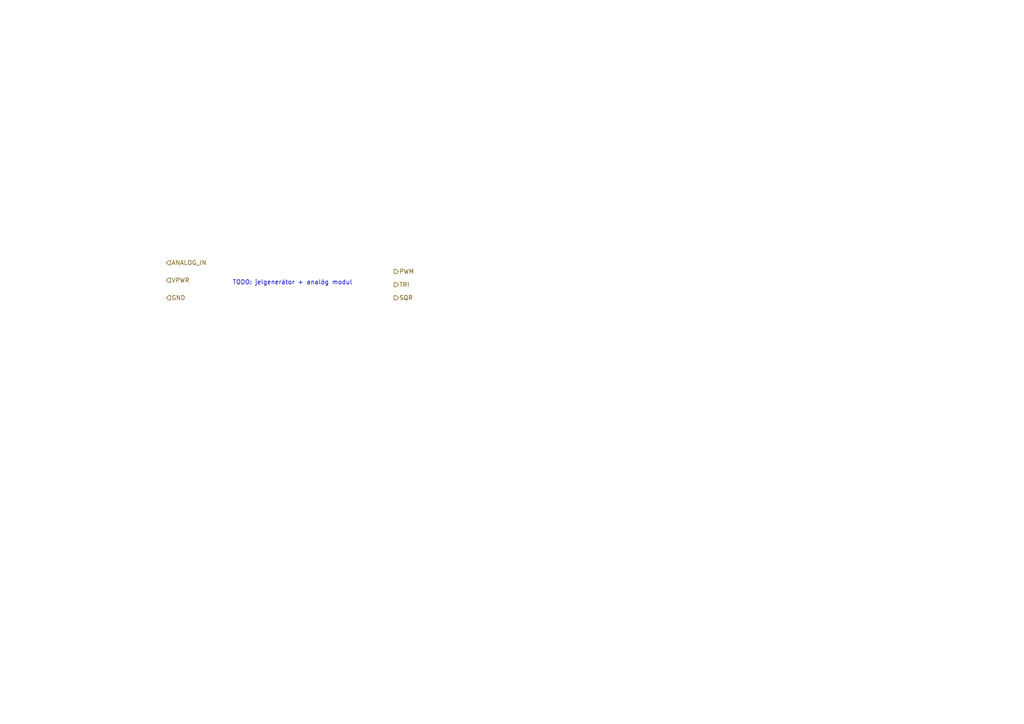
<source format=kicad_sch>
(kicad_sch
	(version 20250114)
	(generator "eeschema")
	(generator_version "9.0")
	(uuid "35bb094a-39a5-4efc-9995-2c4ff39fbbed")
	(paper "A4")
	(lib_symbols)
	(text "TODO: jelgenerátor + analóg modul"
		(exclude_from_sim no)
		(at 84.836 82.042 0)
		(effects
			(font
				(size 1.27 1.27)
			)
		)
		(uuid "6f9b82e6-3f25-43e6-a51a-04fef8aa01e8")
	)
	(hierarchical_label "PWM"
		(shape output)
		(at 114.3 78.74 0)
		(effects
			(font
				(size 1.27 1.27)
			)
			(justify left)
		)
		(uuid "30c86b31-04a0-455e-8ab7-a7187ed6db73")
	)
	(hierarchical_label "TRI"
		(shape output)
		(at 114.3 82.55 0)
		(effects
			(font
				(size 1.27 1.27)
			)
			(justify left)
		)
		(uuid "393963dc-73c1-4431-a076-a6cbeb480bc5")
	)
	(hierarchical_label "ANALOG_IN"
		(shape input)
		(at 48.26 76.2 0)
		(effects
			(font
				(size 1.27 1.27)
			)
			(justify left)
		)
		(uuid "411c67bd-02fd-4d4d-89b1-5dfaf791f40e")
	)
	(hierarchical_label "GND"
		(shape input)
		(at 48.26 86.36 0)
		(effects
			(font
				(size 1.27 1.27)
			)
			(justify left)
		)
		(uuid "4d578e68-392f-43fa-9e13-810c102d68af")
	)
	(hierarchical_label "VPWR"
		(shape input)
		(at 48.26 81.28 0)
		(effects
			(font
				(size 1.27 1.27)
			)
			(justify left)
		)
		(uuid "9baee69d-f530-4f5b-8fa4-ce9c45bb7fed")
	)
	(hierarchical_label "SQR"
		(shape output)
		(at 114.3 86.36 0)
		(effects
			(font
				(size 1.27 1.27)
			)
			(justify left)
		)
		(uuid "add41d3d-57db-476a-80ae-0c7c72f096e9")
	)
)

</source>
